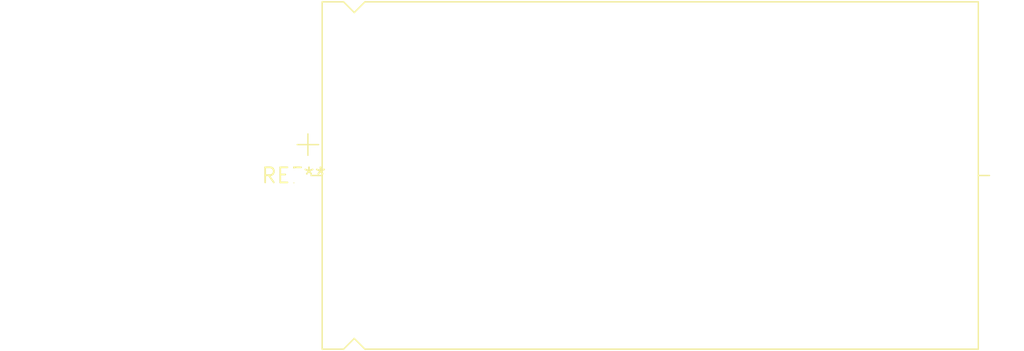
<source format=kicad_pcb>
(kicad_pcb (version 20240108) (generator pcbnew)
  (layers (0 "F.Cu" signal) (31 "B.Cu" signal) (34 "B.Paste" user) (35 "F.Paste" user) (36 "B.SilkS" user "B.Silkscreen") (37 "F.SilkS" user "F.Silkscreen") (38 "B.Mask" user) (39 "F.Mask" user) (44 "Edge.Cuts" user))
  (net 0 "")
  (footprint "CP_Axial_L55.0mm_D29.0mm_P60.00mm_Horizontal" (layer "F.Cu") (at 0 0)
    (property "Reference" "REF**")
    (property "Value" "CP_Axial_L55.0mm_D29.0mm_P60.00mm_Horizontal")
    (fp_line (start 0.28 -2.6) (end 2.08 -2.6) (layer "F.SilkS") (stroke (width 0.12)))
    (fp_line (start 1.18 -3.5) (end 1.18 -1.7) (layer "F.SilkS") (stroke (width 0.12)))
    (fp_line (start 1.44 0) (end 2.38 0) (layer "F.SilkS") (stroke (width 0.12)))
    (fp_line (start 2.38 -14.62) (end 2.38 14.62) (layer "F.SilkS") (stroke (width 0.12)))
    (fp_line (start 2.38 -14.62) (end 4.18 -14.62) (layer "F.SilkS") (stroke (width 0.12)))
    (fp_line (start 2.38 14.62) (end 4.18 14.62) (layer "F.SilkS") (stroke (width 0.12)))
    (fp_line (start 4.18 -14.62) (end 5.08 -13.72) (layer "F.SilkS") (stroke (width 0.12)))
    (fp_line (start 4.18 14.62) (end 5.08 13.72) (layer "F.SilkS") (stroke (width 0.12)))
    (fp_line (start 5.08 -13.72) (end 5.98 -14.62) (layer "F.SilkS") (stroke (width 0.12)))
    (fp_line (start 5.08 13.72) (end 5.98 14.62) (layer "F.SilkS") (stroke (width 0.12)))
    (fp_line (start 5.98 -14.62) (end 57.62 -14.62) (layer "F.SilkS") (stroke (width 0.12)))
    (fp_line (start 5.98 14.62) (end 57.62 14.62) (layer "F.SilkS") (stroke (width 0.12)))
    (fp_line (start 57.62 -14.62) (end 57.62 14.62) (layer "F.SilkS") (stroke (width 0.12)))
    (fp_line (start 58.56 0) (end 57.62 0) (layer "F.SilkS") (stroke (width 0.12)))
    (pad "1" thru_hole rect (at 0 0) (size 2.4 2.4) (drill 1.2) (layers *.Cu *.Mask) (remove_unused_layers))
    (pad "2" thru_hole oval (at 60 0) (size 2.4 2.4) (drill 1.2) (layers *.Cu *.Mask) (remove_unused_layers))
  )
)
</source>
